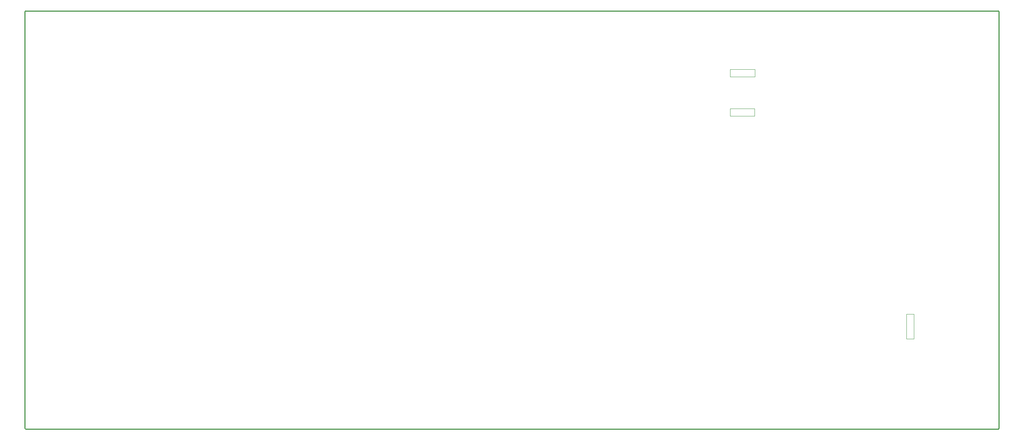
<source format=gm1>
G04*
G04 #@! TF.GenerationSoftware,Altium Limited,CircuitMaker,2.2.1 (2.2.1.6)*
G04*
G04 Layer_Color=16740166*
%FSAX24Y24*%
%MOIN*%
G70*
G04*
G04 #@! TF.SameCoordinates,9E9C5540-E167-4C1C-9640-90AE9AA1DF71*
G04*
G04*
G04 #@! TF.FilePolarity,Positive*
G04*
G01*
G75*
%ADD13C,0.0100*%
%ADD56C,0.0039*%
D13*
X101650Y049300D02*
G03*
X101600Y049350I-000050J000000D01*
G01*
X101650Y049300D02*
G03*
X101600Y049350I-000050J000000D01*
G01*
Y009950D02*
G03*
X101650Y010000I000000J000050D01*
G01*
X101600Y009950D02*
G03*
X101650Y010000I000000J000050D01*
G01*
X010000Y049350D02*
G03*
X009950Y049300I000000J-000050D01*
G01*
X010000Y049350D02*
G03*
X009950Y049300I000000J-000050D01*
G01*
Y010000D02*
G03*
X010000Y009950I000050J000000D01*
G01*
X009950Y010000D02*
G03*
X010000Y009950I000050J000000D01*
G01*
X101650Y010000D02*
Y049300D01*
X010000Y049350D02*
X101600D01*
X010000Y009950D02*
X101600D01*
X009950Y010000D02*
Y049300D01*
D56*
X092946Y020763D02*
X093654D01*
X092946Y018459D02*
X093654D01*
Y020763D01*
X092946Y018459D02*
Y020763D01*
X076345Y039446D02*
Y040154D01*
X078648Y039446D02*
Y040154D01*
X076345D02*
X078648D01*
X076345Y039446D02*
X078648D01*
X076353Y043146D02*
Y043854D01*
X078656Y043146D02*
Y043854D01*
X076353D02*
X078656D01*
X076353Y043146D02*
X078656D01*
M02*

</source>
